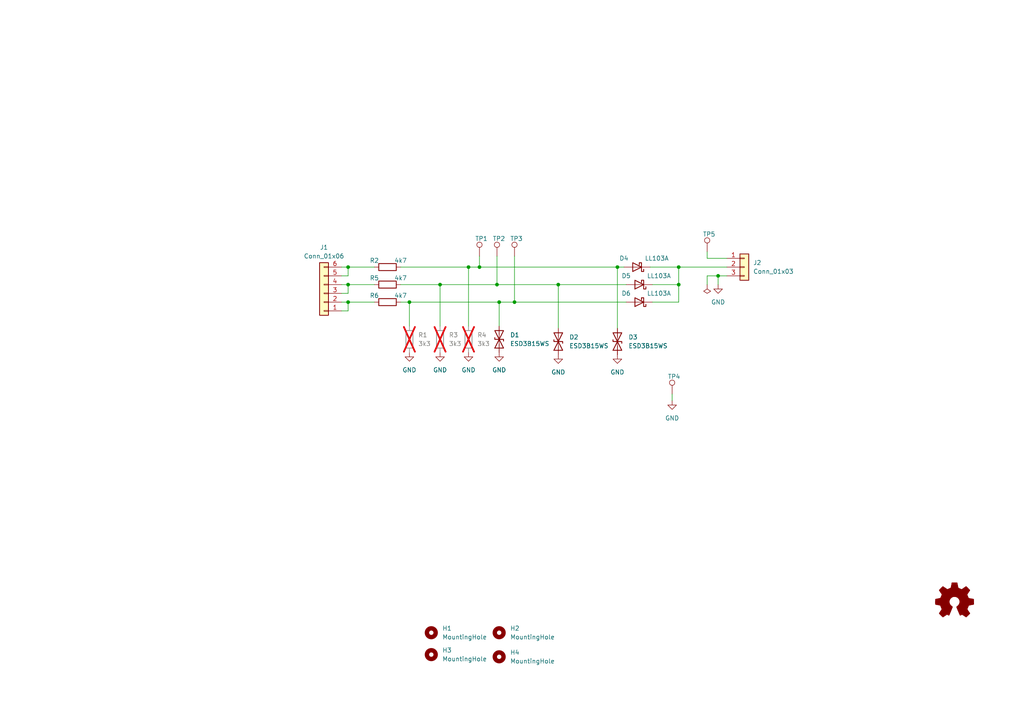
<source format=kicad_sch>
(kicad_sch (version 20230121) (generator eeschema)
  (paper "A4")
  (title_block (title "Fumex Mux") (date "2023-11-21") (rev "1.0.0") (company "Pawel Koszalka"))
  (lib_symbols
    (symbol "Connector:TestPoint" (pin_numbers hide) (pin_names (offset 0.762) hide)
      (property "Reference" "TP" (at 0 6.858 0))
      (property "Value" "TestPoint" (at 0 5.08 0))
      (symbol "TestPoint_0_1"
        (circle (center 0 3.302) (radius 0.762))
      )
      (symbol "TestPoint_1_1"
        (pin passive line (at 0 0 90) (length 2.54) (name "1") (number "1"))
      )
    )
    (symbol "Connector_Generic:Conn_01x03" (pin_names (offset 1.016) hide)
      (property "Reference" "J" (at 0 5.08 0))
      (property "Value" "Conn_01x03" (at 0 -5.08 0))
      (symbol "Conn_01x03_1_1"
        (rectangle (start -1.27 -2.413) (end 0 -2.667) (stroke (width 0.1524)))
        (rectangle (start -1.27 0.127) (end 0 -0.127) (stroke (width 0.1524)))
        (rectangle (start -1.27 2.667) (end 0 2.413) (stroke (width 0.1524)))
        (rectangle (start -1.27 3.81) (end 1.27 -3.81) (stroke (width 0.254)) (fill (type background)))
        (pin passive line (at -5.08 2.54 0) (length 3.81) (name "Pin_1") (number "1"))
        (pin passive line (at -5.08 0 0) (length 3.81) (name "Pin_2") (number "2"))
        (pin passive line (at -5.08 -2.54 0) (length 3.81) (name "Pin_3") (number "3"))
      )
    )
    (symbol "Connector_Generic:Conn_01x06" (pin_names (offset 1.016) hide)
      (property "Reference" "J" (at 0 7.62 0))
      (property "Value" "Conn_01x06" (at 0 -10.16 0))
      (symbol "Conn_01x06_1_1"
        (rectangle (start -1.27 -7.493) (end 0 -7.747) (stroke (width 0.1524)))
        (rectangle (start -1.27 -4.953) (end 0 -5.207) (stroke (width 0.1524)))
        (rectangle (start -1.27 -2.413) (end 0 -2.667) (stroke (width 0.1524)))
        (rectangle (start -1.27 0.127) (end 0 -0.127) (stroke (width 0.1524)))
        (rectangle (start -1.27 2.667) (end 0 2.413) (stroke (width 0.1524)))
        (rectangle (start -1.27 5.207) (end 0 4.953) (stroke (width 0.1524)))
        (rectangle (start -1.27 6.35) (end 1.27 -8.89) (stroke (width 0.254)) (fill (type background)))
        (pin passive line (at -5.08 5.08 0) (length 3.81) (name "Pin_1") (number "1"))
        (pin passive line (at -5.08 2.54 0) (length 3.81) (name "Pin_2") (number "2"))
        (pin passive line (at -5.08 0 0) (length 3.81) (name "Pin_3") (number "3"))
        (pin passive line (at -5.08 -2.54 0) (length 3.81) (name "Pin_4") (number "4"))
        (pin passive line (at -5.08 -5.08 0) (length 3.81) (name "Pin_5") (number "5"))
        (pin passive line (at -5.08 -7.62 0) (length 3.81) (name "Pin_6") (number "6"))
      )
    )
    (symbol "Graphic:Logo_Open_Hardware_Small" (in_bom no) (on_board no)
      (symbol "Logo_Open_Hardware_Small_0_1"
        (polyline (pts (xy 3.3528 -4.3434) (xy 3.302 -4.318) (xy 3.175 -4.2418) (xy 2.9972 -4.1148) (xy 2.7686 -3.9624) (xy 2.54 -3.81) (xy 2.3622 -3.7084) (xy 2.2352 -3.6068) (xy 2.1844 -3.5814) (xy 2.159 -3.6068) (xy 2.0574 -3.6576) (xy 1.905 -3.7338) (xy 1.8034 -3.7846) (xy 1.6764 -3.8354) (xy 1.6002 -3.8354) (xy 1.6002 -3.8354) (xy 1.5494 -3.7338) (xy 1.4732 -3.5306) (xy 1.3462 -3.302) (xy 1.2446 -3.0226) (xy 1.1176 -2.7178) (xy 0.9652 -2.413) (xy 0.8636 -2.1082) (xy 0.7366 -1.8288) (xy 0.6604 -1.6256) (xy 0.6096 -1.4732) (xy 0.5842 -1.397) (xy 0.5842 -1.397) (xy 0.6604 -1.3208) (xy 0.7874 -1.2446) (xy 1.0414 -1.016) (xy 1.2954 -0.6858) (xy 1.4478 -0.3302) (xy 1.524 0.0762) (xy 1.4732 0.4572) (xy 1.3208 0.8128) (xy 1.0668 1.143) (xy 0.762 1.3716) (xy 0.4064 1.524) (xy 0 1.5748) (xy -0.381 1.5494) (xy -0.7366 1.397) (xy -1.0668 1.143) (xy -1.2192 0.9906) (xy -1.397 0.6604) (xy -1.524 0.3048) (xy -1.524 0.2286) (xy -1.4986 -0.1778) (xy -1.397 -0.5334) (xy -1.1938 -0.8636) (xy -0.9144 -1.143) (xy -0.8636 -1.1684) (xy -0.7366 -1.27) (xy -0.635 -1.3462) (xy -0.5842 -1.397) (xy -1.0668 -2.5908) (xy -1.143 -2.794) (xy -1.2954 -3.1242) (xy -1.397 -3.4036) (xy -1.4986 -3.6322) (xy -1.5748 -3.7846) (xy -1.6002 -3.8354) (xy -1.6002 -3.8354) (xy -1.651 -3.8354) (xy -1.7272 -3.81) (xy -1.905 -3.7338) (xy -2.0066 -3.683) (xy -2.1336 -3.6068) (xy -2.2098 -3.5814) (xy -2.2606 -3.6068) (xy -2.3622 -3.683) (xy -2.54 -3.81) (xy -2.7686 -3.9624) (xy -2.9718 -4.0894) (xy -3.1496 -4.2164) (xy -3.302 -4.318) (xy -3.3528 -4.3434) (xy -3.3782 -4.3434) (xy -3.429 -4.318) (xy -3.5306 -4.2164) (xy -3.7084 -4.064) (xy -3.937 -3.8354) (xy -3.9624 -3.81) (xy -4.1656 -3.6068) (xy -4.318 -3.4544) (xy -4.4196 -3.3274) (xy -4.445 -3.2766) (xy -4.445 -3.2766) (xy -4.4196 -3.2258) (xy -4.318 -3.0734) (xy -4.2164 -2.8956) (xy -4.064 -2.667) (xy -3.6576 -2.0828) (xy -3.8862 -1.5494) (xy -3.937 -1.3716) (xy -4.0386 -1.1684) (xy -4.0894 -1.0414) (xy -4.1148 -0.9652) (xy -4.191 -0.9398) (xy -4.318 -0.9144) (xy -4.5466 -0.8636) (xy -4.8006 -0.8128) (xy -5.0546 -0.7874) (xy -5.2578 -0.7366) (xy -5.4356 -0.7112) (xy -5.5118 -0.6858) (xy -5.5118 -0.6858) (xy -5.5372 -0.635) (xy -5.5372 -0.5588) (xy -5.5372 -0.4318) (xy -5.5626 -0.2286) (xy -5.5626 0.0762) (xy -5.5626 0.127) (xy -5.5372 0.4064) (xy -5.5372 0.635) (xy -5.5372 0.762) (xy -5.5372 0.8382) (xy -5.5372 0.8382) (xy -5.461 0.8382) (xy -5.3086 0.889) (xy -5.08 0.9144) (xy -4.826 0.9652) (xy -4.8006 0.9906) (xy -4.5466 1.0414) (xy -4.318 1.0668) (xy -4.1656 1.1176) (xy -4.0894 1.143) (xy -4.0894 1.143) (xy -4.0386 1.2446) (xy -3.9624 1.4224) (xy -3.8608 1.6256) (xy -3.7846 1.8288) (xy -3.7084 2.0066) (xy -3.6576 2.159) (xy -3.6322 2.2098) (xy -3.6322 2.2098) (xy -3.683 2.286) (xy -3.7592 2.413) (xy -3.8862 2.5908) (xy -4.064 2.8194) (xy -4.064 2.8448) (xy -4.2164 3.0734) (xy -4.3434 3.2512) (xy -4.4196 3.3782) (xy -4.445 3.4544) (xy -4.445 3.4544) (xy -4.3942 3.5052) (xy -4.2926 3.6322) (xy -4.1148 3.81) (xy -3.937 4.0132) (xy -3.8608 4.064) (xy -3.6576 4.2926) (xy -3.5052 4.4196) (xy -3.4036 4.4958) (xy -3.3528 4.5212) (xy -3.3528 4.5212) (xy -3.302 4.4704) (xy -3.1496 4.3688) (xy -2.9718 4.2418) (xy -2.7432 4.0894) (xy -2.7178 4.0894) (xy -2.4892 3.937) (xy -2.3114 3.81) (xy -2.1844 3.7084) (xy -2.1336 3.683) (xy -2.1082 3.683) (xy -2.032 3.7084) (xy -1.8542 3.7592) (xy -1.6764 3.8354) (xy -1.4732 3.937) (xy -1.27 4.0132) (xy -1.143 4.064) (xy -1.0668 4.1148) (xy -1.0668 4.1148) (xy -1.0414 4.191) (xy -1.016 4.3434) (xy -0.9652 4.572) (xy -0.9144 4.8514) (xy -0.889 4.9022) (xy -0.8382 5.1562) (xy -0.8128 5.3848) (xy -0.7874 5.5372) (xy -0.762 5.588) (xy -0.7112 5.6134) (xy -0.5842 5.6134) (xy -0.4064 5.6134) (xy -0.1524 5.6134) (xy 0.0762 5.6134) (xy 0.3302 5.6134) (xy 0.5334 5.6134) (xy 0.6858 5.588) (xy 0.7366 5.588) (xy 0.7366 5.588) (xy 0.762 5.5118) (xy 0.8128 5.334) (xy 0.8382 5.1054) (xy 0.9144 4.826) (xy 0.9144 4.7752) (xy 0.9652 4.5212) (xy 1.016 4.2926) (xy 1.0414 4.1402) (xy 1.0668 4.0894) (xy 1.0668 4.0894) (xy 1.1938 4.0386) (xy 1.3716 3.9624) (xy 1.5748 3.8608) (xy 2.0828 3.6576) (xy 2.7178 4.0894) (xy 2.7686 4.1402) (xy 2.9972 4.2926) (xy 3.175 4.4196) (xy 3.302 4.4958) (xy 3.3782 4.5212) (xy 3.3782 4.5212) (xy 3.429 4.4704) (xy 3.556 4.3434) (xy 3.7338 4.191) (xy 3.9116 3.9878) (xy 4.064 3.8354) (xy 4.2418 3.6576) (xy 4.3434 3.556) (xy 4.4196 3.4798) (xy 4.4196 3.429) (xy 4.4196 3.4036) (xy 4.3942 3.3274) (xy 4.2926 3.2004) (xy 4.1656 2.9972) (xy 4.0132 2.794) (xy 3.8862 2.5908) (xy 3.7592 2.3876) (xy 3.6576 2.2352) (xy 3.6322 2.159) (xy 3.6322 2.1336) (xy 3.683 2.0066) (xy 3.7592 1.8288) (xy 3.8608 1.6002) (xy 4.064 1.1176) (xy 4.3942 1.0414) (xy 4.5974 1.016) (xy 4.8768 0.9652) (xy 5.1308 0.9144) (xy 5.5372 0.8382) (xy 5.5626 -0.6604) (xy 5.4864 -0.6858) (xy 5.4356 -0.6858) (xy 5.2832 -0.7366) (xy 5.0546 -0.762) (xy 4.8006 -0.8128) (xy 4.5974 -0.8636) (xy 4.3688 -0.9144) (xy 4.2164 -0.9398) (xy 4.1402 -0.9398) (xy 4.1148 -0.9652) (xy 4.064 -1.0668) (xy 3.9878 -1.2446) (xy 3.9116 -1.4478) (xy 3.81 -1.651) (xy 3.7338 -1.8542) (xy 3.683 -2.0066) (xy 3.6576 -2.0828) (xy 3.683 -2.1336) (xy 3.7846 -2.2606) (xy 3.8862 -2.4638) (xy 4.0386 -2.667) (xy 4.191 -2.8956) (xy 4.318 -3.0734) (xy 4.3942 -3.2004) (xy 4.445 -3.2766) (xy 4.4196 -3.3274) (xy 4.3434 -3.429) (xy 4.1656 -3.5814) (xy 3.937 -3.8354) (xy 3.8862 -3.8608) (xy 3.683 -4.064) (xy 3.5306 -4.2164) (xy 3.4036 -4.318) (xy 3.3528 -4.3434)) (fill (type outline)))
      )
    )
    (symbol "Mechanical:MountingHole" (pin_names (offset 1.016))
      (property "Reference" "H" (at 0 5.08 0))
      (property "Value" "MountingHole" (at 0 3.175 0))
      (symbol "MountingHole_0_1"
        (circle (center 0 0) (radius 1.27) (stroke (width 1.27)))
      )
    )
    (symbol "RES_YAGEO_RC0603:RES_3k3_0603" (pin_numbers hide) (pin_names (offset 0) hide)
      (property "Reference" "R" (at 2.54 1.27 0))
      (property "Value" "3k3" (at 2.54 -1.27 0))
      (symbol "RES_3k3_0603_0_1"
        (rectangle (start -1.016 -2.54) (end 1.016 2.54) (stroke (width 0.254)))
      )
      (symbol "RES_3k3_0603_1_1"
        (pin passive line (at 0 3.81 270) (length 1.27) (name "~") (number "1"))
        (pin passive line (at 0 -3.81 90) (length 1.27) (name "~") (number "2"))
      )
    )
    (symbol "RES_YAGEO_RC0603:RES_4k7_0603" (pin_numbers hide) (pin_names (offset 0) hide)
      (property "Reference" "R" (at 2.54 1.27 0))
      (property "Value" "4k7" (at 2.54 -1.27 0))
      (symbol "RES_4k7_0603_0_1"
        (rectangle (start -1.016 -2.54) (end 1.016 2.54) (stroke (width 0.254)))
      )
      (symbol "RES_4k7_0603_1_1"
        (pin passive line (at 0 3.81 270) (length 1.27) (name "~") (number "1"))
        (pin passive line (at 0 -3.81 90) (length 1.27) (name "~") (number "2"))
      )
    )
    (symbol "Shottky_diodes:LL103A" (pin_numbers hide) (pin_names (offset 0) hide)
      (property "Reference" "D" (at 0 0 0))
      (property "Value" "LL103A" (at 0 0 0))
      (symbol "LL103A_0_1"
        (polyline (pts (xy 1.27 2.54) (xy -1.27 2.54)))
        (polyline (pts (xy 1.27 3.81) (xy 1.27 1.27) (xy -1.27 2.54) (xy 1.27 3.81)) (stroke (width 0.254)))
        (polyline (pts (xy -1.905 3.175) (xy -1.905 3.81) (xy -1.27 3.81) (xy -1.27 1.27) (xy -0.635 1.27) (xy -0.635 1.905)) (stroke (width 0.254)))
      )
      (symbol "LL103A_1_1"
        (pin passive line (at -3.81 2.54 0) (length 2.54) (name "K") (number "1"))
        (pin passive line (at 3.81 2.54 180) (length 2.54) (name "A") (number "2"))
      )
    )
    (symbol "TVS:ESD3B15WS" (pin_numbers hide) (pin_names (offset 0) hide)
      (property "Reference" "D" (at 0 0 0))
      (property "Value" "ESD3B15WS" (at 0 0 0))
      (symbol "ESD3B15WS_0_1"
        (polyline (pts (xy 2.54 2.54) (xy 0 2.54)))
        (polyline (pts (xy 1.778 3.81) (xy 1.27 3.81) (xy 1.27 1.27) (xy 0.762 1.27)) (stroke (width 0.254)))
        (polyline (pts (xy -1.27 3.81) (xy -1.27 1.27) (xy 3.81 3.81) (xy 3.81 1.27) (xy -1.27 3.81)) (stroke (width 0.254)))
      )
      (symbol "ESD3B15WS_1_1"
        (pin passive line (at -2.54 2.54 0) (length 2.54) (name "A1") (number "1"))
        (pin passive line (at 5.08 2.54 180) (length 2.54) (name "A2") (number "2"))
      )
    )
    (symbol "power:GND" (power) (pin_names (offset 0))
      (property "Value" "GND" (at 0 -3.81 0))
      (symbol "GND_0_1"
        (polyline (pts (xy 0 0) (xy 0 -1.27) (xy 1.27 -1.27) (xy 0 -2.54) (xy -1.27 -1.27) (xy 0 -1.27)))
      )
      (symbol "GND_1_1"
        (pin power_in line (at 0 0 270) (length 0) hide (name "GND") (number "1"))
      )
    )
    (symbol "power:PWR_FLAG" (power) (pin_numbers hide) (pin_names (offset 0) hide)
      (property "Value" "PWR_FLAG" (at 0 3.81 0))
      (symbol "PWR_FLAG_0_0"
        (pin power_out line (at 0 0 90) (length 0) (name "pwr") (number "1"))
      )
      (symbol "PWR_FLAG_0_1"
        (polyline (pts (xy 0 0) (xy 0 1.27) (xy -1.016 1.905) (xy 0 2.54) (xy 1.016 1.905) (xy 0 1.27)))
      )
    )
  )
  (junction (at 208.28 80.01))
  (junction (at 196.85 82.55))
  (junction (at 161.925 82.55))
  (junction (at 144.78 87.63))
  (junction (at 149.225 87.63))
  (junction (at 135.89 77.47))
  (junction (at 139.065 77.47))
  (junction (at 100.965 87.63))
  (junction (at 144.145 82.55))
  (junction (at 100.965 82.55))
  (junction (at 118.745 87.63))
  (junction (at 196.85 77.47))
  (junction (at 179.07 77.47))
  (junction (at 100.965 77.47))
  (junction (at 127.635 82.55))
  (wire (pts (xy 149.225 87.63) (xy 181.61 87.63)))
  (wire (pts (xy 100.965 80.01) (xy 99.06 80.01)))
  (wire (pts (xy 161.925 82.55) (xy 161.925 95.25)))
  (wire (pts (xy 139.065 74.295) (xy 139.065 77.47)))
  (wire (pts (xy 116.205 87.63) (xy 118.745 87.63)))
  (wire (pts (xy 144.78 87.63) (xy 149.225 87.63)))
  (wire (pts (xy 135.89 77.47) (xy 135.89 94.615)))
  (wire (pts (xy 118.745 87.63) (xy 144.78 87.63)))
  (wire (pts (xy 116.205 77.47) (xy 135.89 77.47)))
  (wire (pts (xy 196.85 77.47) (xy 188.595 77.47)))
  (wire (pts (xy 100.965 77.47) (xy 100.965 80.01)))
  (wire (pts (xy 144.145 74.295) (xy 144.145 82.55)))
  (wire (pts (xy 100.965 87.63) (xy 100.965 90.17)))
  (wire (pts (xy 100.965 87.63) (xy 108.585 87.63)))
  (wire (pts (xy 116.205 82.55) (xy 127.635 82.55)))
  (wire (pts (xy 149.225 74.295) (xy 149.225 87.63)))
  (wire (pts (xy 100.965 82.55) (xy 100.965 85.09)))
  (wire (pts (xy 208.28 82.55) (xy 208.28 80.01)))
  (wire (pts (xy 179.07 77.47) (xy 179.07 95.25)))
  (wire (pts (xy 205.105 74.93) (xy 210.82 74.93)))
  (wire (pts (xy 196.85 87.63) (xy 196.85 82.55)))
  (wire (pts (xy 196.85 82.55) (xy 196.85 77.47)))
  (wire (pts (xy 161.925 82.55) (xy 181.61 82.55)))
  (wire (pts (xy 100.965 77.47) (xy 108.585 77.47)))
  (wire (pts (xy 118.745 87.63) (xy 118.745 94.615)))
  (wire (pts (xy 135.89 77.47) (xy 139.065 77.47)))
  (wire (pts (xy 127.635 82.55) (xy 144.145 82.55)))
  (wire (pts (xy 205.105 82.55) (xy 205.105 80.01)))
  (wire (pts (xy 144.78 87.63) (xy 144.78 94.615)))
  (wire (pts (xy 99.06 82.55) (xy 100.965 82.55)))
  (wire (pts (xy 99.06 87.63) (xy 100.965 87.63)))
  (wire (pts (xy 100.965 90.17) (xy 99.06 90.17)))
  (wire (pts (xy 139.065 77.47) (xy 179.07 77.47)))
  (wire (pts (xy 208.28 80.01) (xy 210.82 80.01)))
  (wire (pts (xy 100.965 85.09) (xy 99.06 85.09)))
  (wire (pts (xy 108.585 82.55) (xy 100.965 82.55)))
  (wire (pts (xy 144.145 82.55) (xy 161.925 82.55)))
  (wire (pts (xy 99.06 77.47) (xy 100.965 77.47)))
  (wire (pts (xy 127.635 82.55) (xy 127.635 94.615)))
  (wire (pts (xy 189.23 87.63) (xy 196.85 87.63)))
  (wire (pts (xy 196.85 77.47) (xy 210.82 77.47)))
  (wire (pts (xy 205.105 73.025) (xy 205.105 74.93)))
  (wire (pts (xy 189.23 82.55) (xy 196.85 82.55)))
  (wire (pts (xy 179.07 77.47) (xy 180.975 77.47)))
  (wire (pts (xy 205.105 80.01) (xy 208.28 80.01)))
  (wire (pts (xy 194.945 114.3) (xy 194.945 116.205)))
  (symbol (lib_id "power:GND") (at 118.745 102.235 0) (unit 1)
    (property "Reference" "#PWR01" (effects hide))
    (property "Value" "GND" (at 118.745 107.315 0))
  )
  (symbol (lib_id "Connector_Generic:Conn_01x06") (at 93.98 85.09 180) (unit 1)
    (property "Reference" "J1" (at 93.98 71.755 0))
    (property "Value" "Conn_01x06" (at 93.98 74.295 0))
    (property "Footprint" "Connector_Wire:SolderWire-0.25sqmm_1x06_P4.2mm_D0.65mm_OD1.7mm_Relief" (effects hide))
  )
  (symbol (lib_id "Shottky_diodes:LL103A") (at 184.785 74.93 180) (unit 1)
    (property "Reference" "D4" (at 180.975 74.93 0))
    (property "Value" "LL103A" (at 190.5 74.93 0))
    (property "Footprint" "Diode_SMD:D_MiniMELF" (effects hide))
    (property "Datasheet" "https://www.tme.eu/Document/4b83a5789d32f39934640cef179344a8/ll103a.pdf" (effects hide))
    (property "Manufacturer" "Diotec Semiconductor" (effects hide))
    (property "MPN" "LL103A" (effects hide))
    (property "Peak reverse voltage" "40V" (effects hide))
    (property "Power dissipation" "400mW" (effects hide))
    (property "Max. average forward current" "350mA" (effects hide))
    (property "unction temperature" "-55 to +125°C" (effects hide))
    (property " junction capacitance" "50pF" (effects hide))
    (property "Reverse recovery time" "10ns" (effects hide))
    (property "Leakage current" "5uA" (effects hide))
  )
  (symbol (lib_id "power:GND") (at 194.945 116.205 0) (unit 1)
    (property "Reference" "#PWR08" (effects hide))
    (property "Value" "GND" (at 194.945 121.285 0))
  )
  (symbol (lib_id "Mechanical:MountingHole") (at 144.78 183.515 0) (unit 1)
    (property "Reference" "H2" (at 147.955 182.245 0) (effects (justify left)))
    (property "Value" "MountingHole" (at 147.955 184.785 0) (effects (justify left)))
    (property "Footprint" "MountingHole:MountingHole_3.2mm_M3" (effects hide))
  )
  (symbol (lib_id "Connector:TestPoint") (at 149.225 74.295 0) (unit 1)
    (property "Reference" "TP3" (at 147.955 69.215 0) (effects (justify left)))
    (property "Value" "TestPoint" (effects hide))
    (property "Footprint" "TestPoint:TestPoint_Pad_D1.0mm" (effects hide))
  )
  (symbol (lib_id "power:GND") (at 135.89 102.235 0) (unit 1)
    (property "Reference" "#PWR03" (effects hide))
    (property "Value" "GND" (at 135.89 107.315 0))
  )
  (symbol (lib_id "Shottky_diodes:LL103A") (at 185.42 80.01 180) (unit 1)
    (property "Reference" "D5" (at 181.61 80.01 0))
    (property "Value" "LL103A" (at 191.135 80.01 0))
    (property "Footprint" "Diode_SMD:D_MiniMELF" (effects hide))
    (property "Datasheet" "https://www.tme.eu/Document/4b83a5789d32f39934640cef179344a8/ll103a.pdf" (effects hide))
    (property "Manufacturer" "Diotec Semiconductor" (effects hide))
    (property "MPN" "LL103A" (effects hide))
    (property "Peak reverse voltage" "40V" (effects hide))
    (property "Power dissipation" "400mW" (effects hide))
    (property "Max. average forward current" "350mA" (effects hide))
    (property "unction temperature" "-55 to +125°C" (effects hide))
    (property " junction capacitance" "50pF" (effects hide))
    (property "Reverse recovery time" "10ns" (effects hide))
    (property "Leakage current" "5uA" (effects hide))
  )
  (symbol (lib_id "Connector:TestPoint") (at 205.105 73.025 0) (unit 1)
    (property "Reference" "TP5" (at 203.835 67.945 0) (effects (justify left)))
    (property "Value" "TestPoint" (effects hide))
    (property "Footprint" "TestPoint:TestPoint_Pad_D1.0mm" (effects hide))
  )
  (symbol (lib_id "power:GND") (at 179.07 102.87 0) (unit 1)
    (property "Reference" "#PWR06" (effects hide))
    (property "Value" "GND" (at 179.07 107.95 0))
  )
  (symbol (lib_id "RES_YAGEO_RC0603:RES_3k3_0603") (at 127.635 98.425 180) (unit 1) (dnp yes)
    (property "Reference" "R3" (at 130.175 97.155 0) (effects (justify right)))
    (property "Value" "3k3" (at 130.175 99.695 0) (effects (justify right)))
    (property "Footprint" "Resistor_SMD:R_0603_1608Metric" (effects hide))
    (property "Datasheet" "https://www.tme.eu/Document/d2a72e545e5c8eb7bf2a04fa97535928/rc0603yageo.pdf" (effects hide))
    (property "Manufacturer" "YAGEO" (effects hide))
    (property "MPN" "RC0603FR-073k3" (effects hide))
    (property "Maximum Working Voltage " "50 V" (effects hide))
    (property "Maximum Overload Voltage" "100 V" (effects hide))
    (property "Dielectric Withstanding Voltage " "100 V" (effects hide))
    (property "Temperature Coefficient" "200ppm" (effects hide))
    (property "Operating Temperature Range" "–55 °C to +155 °C" (effects hide))
    (property "Tolerance" "1%" (effects hide))
  )
  (symbol (lib_id "Connector_Generic:Conn_01x03") (at 215.9 77.47 0) (unit 1)
    (property "Reference" "J2" (at 218.44 76.2 0) (effects (justify left)))
    (property "Value" "Conn_01x03" (at 218.44 78.74 0) (effects (justify left)))
    (property "Footprint" "Connector_PinSocket_2.54mm:PinSocket_1x03_P2.54mm_Vertical" (effects hide))
  )
  (symbol (lib_id "power:GND") (at 144.78 102.235 0) (unit 1)
    (property "Reference" "#PWR04" (effects hide))
    (property "Value" "GND" (at 144.78 107.315 0))
  )
  (symbol (lib_id "RES_YAGEO_RC0603:RES_3k3_0603") (at 118.745 98.425 180) (unit 1) (dnp yes)
    (property "Reference" "R1" (at 121.285 97.155 0) (effects (justify right)))
    (property "Value" "3k3" (at 121.285 99.695 0) (effects (justify right)))
    (property "Footprint" "Resistor_SMD:R_0603_1608Metric" (effects hide))
    (property "Datasheet" "https://www.tme.eu/Document/d2a72e545e5c8eb7bf2a04fa97535928/rc0603yageo.pdf" (effects hide))
    (property "Manufacturer" "YAGEO" (effects hide))
    (property "MPN" "RC0603FR-073k3" (effects hide))
    (property "Maximum Working Voltage " "50 V" (effects hide))
    (property "Maximum Overload Voltage" "100 V" (effects hide))
    (property "Dielectric Withstanding Voltage " "100 V" (effects hide))
    (property "Temperature Coefficient" "200ppm" (effects hide))
    (property "Operating Temperature Range" "–55 °C to +155 °C" (effects hide))
    (property "Tolerance" "1%" (effects hide))
  )
  (symbol (lib_id "RES_YAGEO_RC0603:RES_3k3_0603") (at 135.89 98.425 180) (unit 1) (dnp yes)
    (property "Reference" "R4" (at 138.43 97.155 0) (effects (justify right)))
    (property "Value" "3k3" (at 138.43 99.695 0) (effects (justify right)))
    (property "Footprint" "Resistor_SMD:R_0603_1608Metric" (effects hide))
    (property "Datasheet" "https://www.tme.eu/Document/d2a72e545e5c8eb7bf2a04fa97535928/rc0603yageo.pdf" (effects hide))
    (property "Manufacturer" "YAGEO" (effects hide))
    (property "MPN" "RC0603FR-073k3" (effects hide))
    (property "Maximum Working Voltage " "50 V" (effects hide))
    (property "Maximum Overload Voltage" "100 V" (effects hide))
    (property "Dielectric Withstanding Voltage " "100 V" (effects hide))
    (property "Temperature Coefficient" "200ppm" (effects hide))
    (property "Operating Temperature Range" "–55 °C to +155 °C" (effects hide))
    (property "Tolerance" "1%" (effects hide))
  )
  (symbol (lib_id "power:GND") (at 127.635 102.235 0) (unit 1)
    (property "Reference" "#PWR02" (effects hide))
    (property "Value" "GND" (at 127.635 107.315 0))
  )
  (symbol (lib_id "power:GND") (at 208.28 82.55 0) (unit 1)
    (property "Reference" "#PWR07" (effects hide))
    (property "Value" "GND" (at 208.28 87.63 0))
  )
  (symbol (lib_id "RES_YAGEO_RC0603:RES_4k7_0603") (at 112.395 82.55 90) (unit 1)
    (property "Reference" "R5" (at 108.585 80.645 90))
    (property "Value" "4k7" (at 116.205 80.645 90))
    (property "Footprint" "Resistor_SMD:R_0603_1608Metric" (effects hide))
    (property "Datasheet" "https://www.tme.eu/Document/d2a72e545e5c8eb7bf2a04fa97535928/rc0603yageo.pdf" (effects hide))
    (property "Manufacturer" "YAGEO" (effects hide))
    (property "MPN" "RC0603FR-074k7" (effects hide))
    (property "Maximum Working Voltage " "50 V" (effects hide))
    (property "Maximum Overload Voltage" "100 V" (effects hide))
    (property "Dielectric Withstanding Voltage " "100 V" (effects hide))
    (property "Temperature Coefficient" "200ppm" (effects hide))
    (property "Operating Temperature Range" "–55 °C to +155 °C" (effects hide))
    (property "Tolerance" "1%" (effects hide))
  )
  (symbol (lib_id "Connector:TestPoint") (at 194.945 114.3 0) (unit 1)
    (property "Reference" "TP4" (at 193.675 109.22 0) (effects (justify left)))
    (property "Value" "TestPoint" (effects hide))
    (property "Footprint" "TestPoint:TestPoint_Pad_D1.0mm" (effects hide))
  )
  (symbol (lib_id "power:GND") (at 161.925 102.87 0) (unit 1)
    (property "Reference" "#PWR05" (effects hide))
    (property "Value" "GND" (at 161.925 107.95 0))
  )
  (symbol (lib_id "Mechanical:MountingHole") (at 144.78 190.5 0) (unit 1)
    (property "Reference" "H4" (at 147.955 189.23 0) (effects (justify left)))
    (property "Value" "MountingHole" (at 147.955 191.77 0) (effects (justify left)))
    (property "Footprint" "MountingHole:MountingHole_3.2mm_M3" (effects hide))
  )
  (symbol (lib_id "RES_YAGEO_RC0603:RES_4k7_0603") (at 112.395 77.47 90) (unit 1)
    (property "Reference" "R2" (at 108.585 75.565 90))
    (property "Value" "4k7" (at 116.205 75.565 90))
    (property "Footprint" "Resistor_SMD:R_0603_1608Metric" (effects hide))
    (property "Datasheet" "https://www.tme.eu/Document/d2a72e545e5c8eb7bf2a04fa97535928/rc0603yageo.pdf" (effects hide))
    (property "Manufacturer" "YAGEO" (effects hide))
    (property "MPN" "RC0603FR-074k7" (effects hide))
    (property "Maximum Working Voltage " "50 V" (effects hide))
    (property "Maximum Overload Voltage" "100 V" (effects hide))
    (property "Dielectric Withstanding Voltage " "100 V" (effects hide))
    (property "Temperature Coefficient" "200ppm" (effects hide))
    (property "Operating Temperature Range" "–55 °C to +155 °C" (effects hide))
    (property "Tolerance" "1%" (effects hide))
  )
  (symbol (lib_id "Mechanical:MountingHole") (at 125.095 189.865 0) (unit 1)
    (property "Reference" "H3" (at 128.27 188.595 0) (effects (justify left)))
    (property "Value" "MountingHole" (at 128.27 191.135 0) (effects (justify left)))
    (property "Footprint" "MountingHole:MountingHole_3.2mm_M3" (effects hide))
  )
  (symbol (lib_id "Shottky_diodes:LL103A") (at 185.42 85.09 180) (unit 1)
    (property "Reference" "D6" (at 181.61 85.09 0))
    (property "Value" "LL103A" (at 191.135 85.09 0))
    (property "Footprint" "Diode_SMD:D_MiniMELF" (effects hide))
    (property "Datasheet" "https://www.tme.eu/Document/4b83a5789d32f39934640cef179344a8/ll103a.pdf" (effects hide))
    (property "Manufacturer" "Diotec Semiconductor" (effects hide))
    (property "MPN" "LL103A" (effects hide))
    (property "Peak reverse voltage" "40V" (effects hide))
    (property "Power dissipation" "400mW" (effects hide))
    (property "Max. average forward current" "350mA" (effects hide))
    (property "unction temperature" "-55 to +125°C" (effects hide))
    (property " junction capacitance" "50pF" (effects hide))
    (property "Reverse recovery time" "10ns" (effects hide))
    (property "Leakage current" "5uA" (effects hide))
  )
  (symbol (lib_id "power:PWR_FLAG") (at 205.105 82.55 180) (unit 1)
    (property "Reference" "#FLG01" (effects hide))
    (property "Value" "PWR_FLAG" (effects hide))
  )
  (symbol (lib_id "Connector:TestPoint") (at 144.145 74.295 0) (unit 1)
    (property "Reference" "TP2" (at 142.875 69.215 0) (effects (justify left)))
    (property "Value" "TestPoint" (effects hide))
    (property "Footprint" "TestPoint:TestPoint_Pad_D1.0mm" (effects hide))
  )
  (symbol (lib_id "RES_YAGEO_RC0603:RES_4k7_0603") (at 112.395 87.63 90) (unit 1)
    (property "Reference" "R6" (at 108.585 85.725 90))
    (property "Value" "4k7" (at 116.205 85.725 90))
    (property "Footprint" "Resistor_SMD:R_0603_1608Metric" (effects hide))
    (property "Datasheet" "https://www.tme.eu/Document/d2a72e545e5c8eb7bf2a04fa97535928/rc0603yageo.pdf" (effects hide))
    (property "Manufacturer" "YAGEO" (effects hide))
    (property "MPN" "RC0603FR-074k7" (effects hide))
    (property "Maximum Working Voltage " "50 V" (effects hide))
    (property "Maximum Overload Voltage" "100 V" (effects hide))
    (property "Dielectric Withstanding Voltage " "100 V" (effects hide))
    (property "Temperature Coefficient" "200ppm" (effects hide))
    (property "Operating Temperature Range" "–55 °C to +155 °C" (effects hide))
    (property "Tolerance" "1%" (effects hide))
  )
  (symbol (lib_id "Mechanical:MountingHole") (at 125.095 183.515 0) (unit 1)
    (property "Reference" "H1" (at 128.27 182.245 0) (effects (justify left)))
    (property "Value" "MountingHole" (at 128.27 184.785 0) (effects (justify left)))
    (property "Footprint" "MountingHole:MountingHole_3.2mm_M3" (effects hide))
  )
  (symbol (lib_id "Connector:TestPoint") (at 139.065 74.295 0) (unit 1)
    (property "Reference" "TP1" (at 137.795 69.215 0) (effects (justify left)))
    (property "Value" "TestPoint" (effects hide))
    (property "Footprint" "TestPoint:TestPoint_Pad_D1.0mm" (effects hide))
  )
  (symbol (lib_id "TVS:ESD3B15WS") (at 181.61 100.33 90) (unit 1)
    (property "Reference" "D3" (at 182.245 97.79 90) (effects (justify right)))
    (property "Value" "ESD3B15WS" (at 182.245 100.33 90) (effects (justify right)))
    (property "Footprint" "Diode_SMD:D_SOD-323_HandSoldering" (effects hide))
    (property "Datasheet" "https://www.tme.eu/Document/88a52fd2eb5b4d5ee459bc1d3a0ee07e/esd3b5v0ws.pdf" (effects hide))
  )
  (symbol (lib_id "TVS:ESD3B15WS") (at 147.32 99.695 90) (unit 1)
    (property "Reference" "D1" (at 147.955 97.155 90) (effects (justify right)))
    (property "Value" "ESD3B15WS" (at 147.955 99.695 90) (effects (justify right)))
    (property "Footprint" "Diode_SMD:D_SOD-323_HandSoldering" (effects hide))
    (property "Datasheet" "https://www.tme.eu/Document/88a52fd2eb5b4d5ee459bc1d3a0ee07e/esd3b5v0ws.pdf" (effects hide))
  )
  (symbol (lib_id "TVS:ESD3B15WS") (at 164.465 100.33 90) (unit 1)
    (property "Reference" "D2" (at 165.1 97.79 90) (effects (justify right)))
    (property "Value" "ESD3B15WS" (at 165.1 100.33 90) (effects (justify right)))
    (property "Footprint" "Diode_SMD:D_SOD-323_HandSoldering" (effects hide))
    (property "Datasheet" "https://www.tme.eu/Document/88a52fd2eb5b4d5ee459bc1d3a0ee07e/esd3b5v0ws.pdf" (effects hide))
  )
  (symbol (lib_id "Graphic:Logo_Open_Hardware_Small") (at 276.86 174.625 0) (unit 1) (in_bom no) (on_board no)
    (property "Reference" "#SYM1" (effects hide))
    (property "Value" "Logo_Open_Hardware_Small" (effects hide))
    (property "Sim.Enable" "0" (effects hide))
  )
)
</source>
